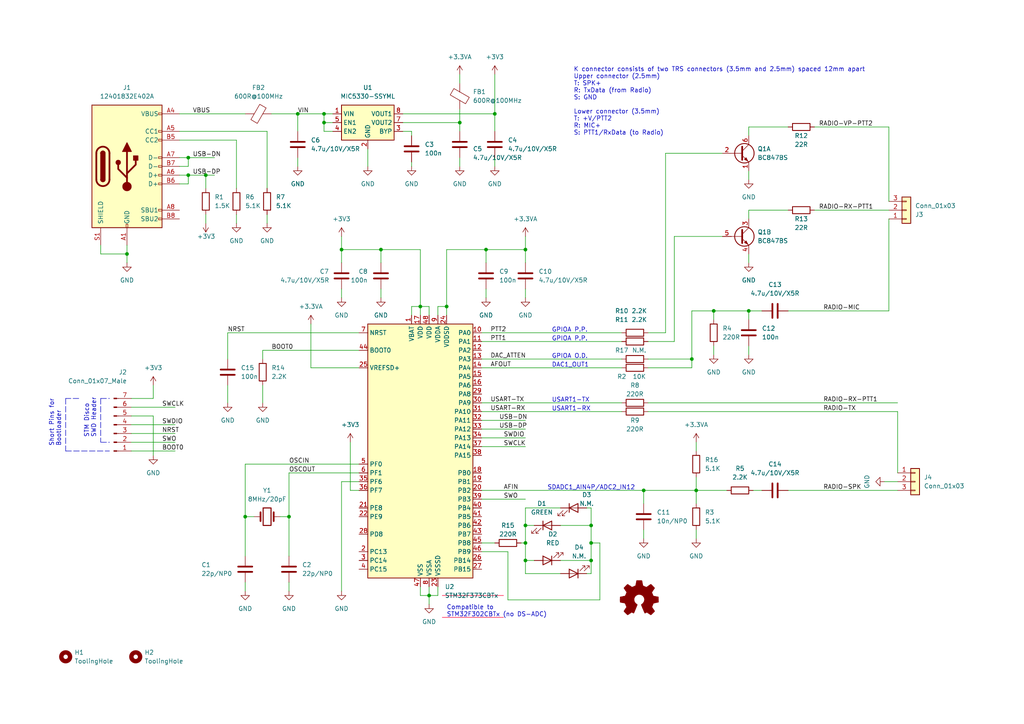
<source format=kicad_sch>
(kicad_sch (version 20231120) (generator "eeschema") (generator_version "8.0")
  (paper "A4")
  (title_block (title "All-In-One-Cable (AIOC)") (rev "1.0"))
  (lib_symbols
    (symbol "Connector:Conn_01x07_Male" (pin_names (offset 1.016) hide)
      (property "Reference" "J" (at 0 10.16 0))
      (property "Value" "Conn_01x07_Male" (at 0 -10.16 0))
      (symbol "Conn_01x07_Male_1_1"
        (pin passive line (at 5.08 7.62 180) (length 3.81) (name "Pin_1") (number "1"))
        (pin passive line (at 5.08 5.08 180) (length 3.81) (name "Pin_2") (number "2"))
        (pin passive line (at 5.08 2.54 180) (length 3.81) (name "Pin_3") (number "3"))
        (pin passive line (at 5.08 0 180) (length 3.81) (name "Pin_4") (number "4"))
        (pin passive line (at 5.08 -2.54 180) (length 3.81) (name "Pin_5") (number "5"))
        (pin passive line (at 5.08 -5.08 180) (length 3.81) (name "Pin_6") (number "6"))
        (pin passive line (at 5.08 -7.62 180) (length 3.81) (name "Pin_7") (number "7"))
      )
    )
    (symbol "Connector:USB_C_Receptacle_USB2.0" (pin_names (offset 1.016))
      (property "Reference" "J" (at -10.16 19.05 0))
      (property "Value" "USB_C_Receptacle_USB2.0" (at 19.05 19.05 0))
      (symbol "USB_C_Receptacle_USB2.0_1_1"
        (pin passive line (at 0 -22.86 90) (length 5.08) (name "GND") (number "A1"))
        (pin passive line (at 0 -22.86 90) (length 5.08) hide (name "GND") (number "A12"))
        (pin passive line (at 15.24 15.24 180) (length 5.08) (name "VBUS") (number "A4"))
        (pin bidirectional line (at 15.24 10.16 180) (length 5.08) (name "CC1") (number "A5"))
        (pin bidirectional line (at 15.24 -2.54 180) (length 5.08) (name "D+") (number "A6"))
        (pin bidirectional line (at 15.24 2.54 180) (length 5.08) (name "D-") (number "A7"))
        (pin bidirectional line (at 15.24 -12.7 180) (length 5.08) (name "SBU1") (number "A8"))
        (pin passive line (at 15.24 15.24 180) (length 5.08) hide (name "VBUS") (number "A9"))
        (pin passive line (at 0 -22.86 90) (length 5.08) hide (name "GND") (number "B1"))
        (pin passive line (at 0 -22.86 90) (length 5.08) hide (name "GND") (number "B12"))
        (pin passive line (at 15.24 15.24 180) (length 5.08) hide (name "VBUS") (number "B4"))
        (pin bidirectional line (at 15.24 7.62 180) (length 5.08) (name "CC2") (number "B5"))
        (pin bidirectional line (at 15.24 -5.08 180) (length 5.08) (name "D+") (number "B6"))
        (pin bidirectional line (at 15.24 0 180) (length 5.08) (name "D-") (number "B7"))
        (pin bidirectional line (at 15.24 -15.24 180) (length 5.08) (name "SBU2") (number "B8"))
        (pin passive line (at 15.24 15.24 180) (length 5.08) hide (name "VBUS") (number "B9"))
        (pin passive line (at -7.62 -22.86 90) (length 5.08) (name "SHIELD") (number "S1"))
      )
    )
    (symbol "Connector_Generic:Conn_01x03" (pin_names (offset 1.016) hide)
      (property "Reference" "J" (at 0 5.08 0))
      (property "Value" "Conn_01x03" (at 0 -5.08 0))
      (symbol "Conn_01x03_1_1"
        (pin passive line (at -5.08 2.54 0) (length 3.81) (name "Pin_1") (number "1"))
        (pin passive line (at -5.08 0 0) (length 3.81) (name "Pin_2") (number "2"))
        (pin passive line (at -5.08 -2.54 0) (length 3.81) (name "Pin_3") (number "3"))
      )
    )
    (symbol "Device:C" (pin_numbers hide) (pin_names (offset 0.254))
      (property "Reference" "C" (at 0.635 2.54 0))
      (property "Value" "C" (at 0.635 -2.54 0))
      (symbol "C_1_1"
        (pin passive line (at 0 3.81 270) (length 2.794) (name "~") (number "1"))
        (pin passive line (at 0 -3.81 90) (length 2.794) (name "~") (number "2"))
      )
    )
    (symbol "Device:Crystal" (pin_numbers hide) (pin_names (offset 1.016) hide)
      (property "Reference" "Y" (at 0 3.81 0))
      (property "Value" "Crystal" (at 0 -3.81 0))
      (symbol "Crystal_1_1"
        (pin passive line (at -3.81 0 0) (length 1.27) (name "1") (number "1"))
        (pin passive line (at 3.81 0 180) (length 1.27) (name "2") (number "2"))
      )
    )
    (symbol "Device:FerriteBead" (pin_numbers hide) (pin_names (offset 0))
      (property "Reference" "FB" (at -3.81 0.635 90))
      (property "Value" "FerriteBead" (at 3.81 0 90))
      (symbol "FerriteBead_1_1"
        (pin passive line (at 0 3.81 270) (length 2.54) (name "~") (number "1"))
        (pin passive line (at 0 -3.81 90) (length 2.54) (name "~") (number "2"))
      )
    )
    (symbol "Device:LED" (pin_numbers hide) (pin_names (offset 1.016) hide)
      (property "Reference" "D" (at 0 2.54 0))
      (property "Value" "LED" (at 0 -2.54 0))
      (symbol "LED_1_1"
        (pin passive line (at -3.81 0 0) (length 2.54) (name "K") (number "1"))
        (pin passive line (at 3.81 0 180) (length 2.54) (name "A") (number "2"))
      )
    )
    (symbol "Device:Q_Dual_NPN_NPN_E1B1C2E2B2C1" (pin_names (offset 0) hide)
      (property "Reference" "Q" (at 5.08 1.27 0))
      (property "Value" "Q_Dual_NPN_NPN_E1B1C2E2B2C1" (at 5.08 -1.27 0))
      (symbol "Q_Dual_NPN_NPN_E1B1C2E2B2C1_1_1"
        (pin passive line (at 2.54 -5.08 90) (length 2.54) (name "E1") (number "1"))
        (pin input line (at -5.08 0 0) (length 2.54) (name "B1") (number "2"))
        (pin passive line (at 2.54 5.08 270) (length 2.54) (name "C1") (number "6"))
      )
      (symbol "Q_Dual_NPN_NPN_E1B1C2E2B2C1_2_1"
        (pin passive line (at 2.54 5.08 270) (length 2.54) (name "C2") (number "3"))
        (pin passive line (at 2.54 -5.08 90) (length 2.54) (name "E2") (number "4"))
        (pin input line (at -5.08 0 0) (length 2.54) (name "B2") (number "5"))
      )
    )
    (symbol "Device:R" (pin_numbers hide) (pin_names (offset 0))
      (property "Reference" "R" (at 2.032 0 90))
      (property "Value" "R" (at 0 0 90))
      (symbol "R_1_1"
        (pin passive line (at 0 3.81 270) (length 1.27) (name "~") (number "1"))
        (pin passive line (at 0 -3.81 90) (length 1.27) (name "~") (number "2"))
      )
    )
    (symbol "Graphic:Logo_Open_Hardware_Small" (pin_names (offset 1.016)))
    (symbol "MCU_ST_STM32F3:STM32F373CBTx"
      (property "Reference" "U" (at -15.24 36.83 0))
      (property "Value" "STM32F373CBTx" (at 10.16 36.83 0))
      (symbol "STM32F373CBTx_1_1"
        (pin power_in line (at -2.54 38.1 270) (length 2.54) (name "VBAT") (number "1"))
        (pin bidirectional line (at 17.78 33.02 180) (length 2.54) (name "PA0") (number "10"))
        (pin bidirectional line (at 17.78 30.48 180) (length 2.54) (name "PA1") (number "11"))
        (pin bidirectional line (at 17.78 27.94 180) (length 2.54) (name "PA2") (number "12"))
        (pin bidirectional line (at 17.78 25.4 180) (length 2.54) (name "PA3") (number "13"))
        (pin bidirectional line (at 17.78 22.86 180) (length 2.54) (name "PA4") (number "14"))
        (pin bidirectional line (at 17.78 20.32 180) (length 2.54) (name "PA5") (number "15"))
        (pin bidirectional line (at 17.78 17.78 180) (length 2.54) (name "PA6") (number "16"))
        (pin power_in line (at 0 38.1 270) (length 2.54) (name "VDD") (number "17"))
        (pin bidirectional line (at 17.78 -7.62 180) (length 2.54) (name "PB0") (number "18"))
        (pin bidirectional line (at 17.78 -10.16 180) (length 2.54) (name "PB1") (number "19"))
        (pin bidirectional line (at -17.78 -30.48 0) (length 2.54) (name "PC13") (number "2"))
        (pin bidirectional line (at 17.78 -12.7 180) (length 2.54) (name "PB2") (number "20"))
        (pin bidirectional line (at -17.78 -17.78 0) (length 2.54) (name "PE8") (number "21"))
        (pin bidirectional line (at -17.78 -20.32 0) (length 2.54) (name "PE9") (number "22"))
        (pin power_in line (at 5.08 -40.64 90) (length 2.54) (name "VSSSD") (number "23"))
        (pin power_in line (at 7.62 38.1 270) (length 2.54) (name "VDDSD") (number "24"))
        (pin power_in line (at -17.78 22.86 0) (length 2.54) (name "VREFSD+") (number "25"))
        (pin bidirectional line (at 17.78 -33.02 180) (length 2.54) (name "PB14") (number "26"))
        (pin bidirectional line (at 17.78 -35.56 180) (length 2.54) (name "PB15") (number "27"))
        (pin bidirectional line (at -17.78 -25.4 0) (length 2.54) (name "PD8") (number "28"))
        (pin bidirectional line (at 17.78 15.24 180) (length 2.54) (name "PA8") (number "29"))
        (pin bidirectional line (at -17.78 -33.02 0) (length 2.54) (name "PC14") (number "3"))
        (pin bidirectional line (at 17.78 12.7 180) (length 2.54) (name "PA9") (number "30"))
        (pin bidirectional line (at 17.78 10.16 180) (length 2.54) (name "PA10") (number "31"))
        (pin bidirectional line (at 17.78 7.62 180) (length 2.54) (name "PA11") (number "32"))
        (pin bidirectional line (at 17.78 5.08 180) (length 2.54) (name "PA12") (number "33"))
        (pin bidirectional line (at 17.78 2.54 180) (length 2.54) (name "PA13") (number "34"))
        (pin bidirectional line (at -17.78 -10.16 0) (length 2.54) (name "PF6") (number "35"))
        (pin bidirectional line (at -17.78 -12.7 0) (length 2.54) (name "PF7") (number "36"))
        (pin bidirectional line (at 17.78 0 180) (length 2.54) (name "PA14") (number "37"))
        (pin bidirectional line (at 17.78 -2.54 180) (length 2.54) (name "PA15") (number "38"))
        (pin bidirectional line (at 17.78 -15.24 180) (length 2.54) (name "PB3") (number "39"))
        (pin bidirectional line (at -17.78 -35.56 0) (length 2.54) (name "PC15") (number "4"))
        (pin bidirectional line (at 17.78 -17.78 180) (length 2.54) (name "PB4") (number "40"))
        (pin bidirectional line (at 17.78 -20.32 180) (length 2.54) (name "PB5") (number "41"))
        (pin bidirectional line (at 17.78 -22.86 180) (length 2.54) (name "PB6") (number "42"))
        (pin bidirectional line (at 17.78 -25.4 180) (length 2.54) (name "PB7") (number "43"))
        (pin input line (at -17.78 27.94 0) (length 2.54) (name "BOOT0") (number "44"))
        (pin bidirectional line (at 17.78 -27.94 180) (length 2.54) (name "PB8") (number "45"))
        (pin bidirectional line (at 17.78 -30.48 180) (length 2.54) (name "PB9") (number "46"))
        (pin power_in line (at 0 -40.64 90) (length 2.54) (name "VSS") (number "47"))
        (pin power_in line (at 2.54 38.1 270) (length 2.54) (name "VDD") (number "48"))
        (pin input line (at -17.78 -5.08 0) (length 2.54) (name "PF0") (number "5"))
        (pin input line (at -17.78 -7.62 0) (length 2.54) (name "PF1") (number "6"))
        (pin input line (at -17.78 33.02 0) (length 2.54) (name "NRST") (number "7"))
        (pin power_in line (at 2.54 -40.64 90) (length 2.54) (name "VSSA") (number "8"))
        (pin power_in line (at 5.08 38.1 270) (length 2.54) (name "VDDA") (number "9"))
      )
    )
    (symbol "Mechanical:MountingHole" (pin_names (offset 1.016))
      (property "Reference" "H" (at 0 5.08 0))
      (property "Value" "MountingHole" (at 0 3.175 0))
    )
    (symbol "aioc:MIC5330-SSYML"
      (property "Reference" "U" (at 0 8.89 0))
      (property "Value" "MIC5330-SSYML" (at 0 6.35 0))
      (symbol "MIC5330-SSYML_1_1"
        (pin power_in line (at -10.16 2.54 0) (length 2.54) (name "VIN") (number "1"))
        (pin power_in line (at 0 -7.62 90) (length 2.54) (name "GND") (number "2"))
        (pin passive line (at 10.16 -2.54 180) (length 2.54) (name "BYP") (number "3"))
        (pin input line (at -10.16 -2.54 0) (length 2.54) (name "EN2") (number "4"))
        (pin input line (at -10.16 0 0) (length 2.54) (name "EN1") (number "5"))
        (pin power_out line (at 10.16 0 180) (length 2.54) (name "VOUT2") (number "7"))
        (pin power_out line (at 10.16 2.54 180) (length 2.54) (name "VOUT1") (number "8"))
        (pin passive line (at 0 -7.62 90) (length 2.54) hide (name "GND") (number "9"))
      )
    )
    (symbol "power:+3.3VA" (power) (pin_names (offset 0))
      (property "Value" "+3.3VA" (at 0 3.556 0))
      (symbol "+3.3VA_1_1"
        (pin power_in line (at 0 0 90) (length 0) hide (name "+3.3VA") (number "1"))
      )
    )
    (symbol "power:+3V3" (power) (pin_names (offset 0))
      (property "Value" "+3V3" (at 0 3.556 0))
      (symbol "+3V3_1_1"
        (pin power_in line (at 0 0 90) (length 0) hide (name "+3V3") (number "1"))
      )
    )
    (symbol "power:GND" (power) (pin_names (offset 0))
      (property "Value" "GND" (at 0 -3.81 0))
      (symbol "GND_1_1"
        (pin power_in line (at 0 0 270) (length 0) hide (name "GND") (number "1"))
      )
    )
  )
  (junction (at 54.61 45.72))
  (junction (at 152.4 152.4))
  (junction (at 36.83 73.66))
  (junction (at 59.69 50.8))
  (junction (at 171.45 162.56))
  (junction (at 93.98 33.02))
  (junction (at 140.97 72.39))
  (junction (at 86.36 33.02))
  (junction (at 201.93 142.24))
  (junction (at 152.4 162.56))
  (junction (at 171.45 152.4))
  (junction (at 171.45 157.48))
  (junction (at 129.54 88.9))
  (junction (at 121.92 88.9))
  (junction (at 133.35 35.56))
  (junction (at 152.4 72.39))
  (junction (at 207.01 90.17))
  (junction (at 217.17 90.17))
  (junction (at 99.06 72.39))
  (junction (at 110.49 72.39))
  (junction (at 54.61 50.8))
  (junction (at 71.12 149.86))
  (junction (at 124.46 172.72))
  (junction (at 152.4 157.48))
  (junction (at 186.69 142.24))
  (junction (at 83.82 149.86))
  (junction (at 200.66 104.14))
  (junction (at 143.51 33.02))
  (junction (at 93.98 35.56))
  (wire (pts (xy 187.96 119.38) (xy 260.35 119.38)))
  (wire (pts (xy 143.51 21.59) (xy 143.51 33.02)))
  (wire (pts (xy 186.69 153.67) (xy 186.69 156.21)))
  (wire (pts (xy 200.66 106.68) (xy 200.66 104.14)))
  (wire (pts (xy 121.92 72.39) (xy 110.49 72.39)))
  (wire (pts (xy 124.46 172.72) (xy 124.46 175.26)))
  (wire (pts (xy 121.92 91.44) (xy 121.92 88.9)))
  (wire (pts (xy 124.46 88.9) (xy 124.46 91.44)))
  (wire (pts (xy 139.7 129.54) (xy 152.4 129.54)))
  (wire (pts (xy 228.6 90.17) (xy 257.81 90.17)))
  (wire (pts (xy 195.58 99.06) (xy 195.58 68.58)))
  (wire (pts (xy 83.82 137.16) (xy 83.82 149.86)))
  (wire (pts (xy 171.45 147.32) (xy 170.18 147.32)))
  (wire (pts (xy 66.04 96.52) (xy 66.04 104.14)))
  (wire (pts (xy 86.36 33.02) (xy 93.98 33.02)))
  (wire (pts (xy 52.07 38.1) (xy 77.47 38.1)))
  (wire (pts (xy 99.06 68.58) (xy 99.06 72.39)))
  (wire (pts (xy 140.97 72.39) (xy 140.97 76.2)))
  (wire (pts (xy 147.32 173.99) (xy 147.32 160.02)))
  (polyline (pts (xy 22.86 115.57) (xy 19.05 115.57)) (stroke (width 0) (type dash)))
  (wire (pts (xy 77.47 62.23) (xy 77.47 64.77)))
  (wire (pts (xy 170.18 166.37) (xy 171.45 166.37)))
  (wire (pts (xy 236.22 36.83) (xy 257.81 36.83)))
  (wire (pts (xy 133.35 35.56) (xy 133.35 38.1)))
  (wire (pts (xy 162.56 166.37) (xy 152.4 166.37)))
  (wire (pts (xy 127 88.9) (xy 127 91.44)))
  (wire (pts (xy 96.52 35.56) (xy 93.98 35.56)))
  (wire (pts (xy 66.04 111.76) (xy 66.04 116.84)))
  (wire (pts (xy 152.4 72.39) (xy 152.4 76.2)))
  (wire (pts (xy 162.56 147.32) (xy 152.4 147.32)))
  (wire (pts (xy 104.14 96.52) (xy 66.04 96.52)))
  (wire (pts (xy 201.93 146.05) (xy 201.93 142.24)))
  (polyline (pts (xy 29.21 115.57) (xy 29.21 128.27)) (stroke (width 0) (type dash)))
  (wire (pts (xy 187.96 106.68) (xy 200.66 106.68)))
  (wire (pts (xy 171.45 152.4) (xy 171.45 157.48)))
  (wire (pts (xy 38.1 115.57) (xy 44.45 115.57)))
  (wire (pts (xy 93.98 33.02) (xy 96.52 33.02)))
  (polyline (pts (xy 19.05 130.81) (xy 31.75 130.81)) (stroke (width 0) (type dash)))
  (wire (pts (xy 152.4 162.56) (xy 154.94 162.56)))
  (wire (pts (xy 128.27 172.72) (xy 146.05 172.72)) (stroke (width 0) (color 255 0 51 1)))
  (wire (pts (xy 93.98 38.1) (xy 93.98 35.56)))
  (wire (pts (xy 44.45 115.57) (xy 44.45 111.76)))
  (wire (pts (xy 38.1 128.27) (xy 50.8 128.27)))
  (wire (pts (xy 217.17 73.66) (xy 217.17 76.2)))
  (wire (pts (xy 152.4 83.82) (xy 152.4 86.36)))
  (wire (pts (xy 71.12 149.86) (xy 73.66 149.86)))
  (wire (pts (xy 193.04 44.45) (xy 209.55 44.45)))
  (wire (pts (xy 121.92 170.18) (xy 121.92 172.72)))
  (wire (pts (xy 99.06 139.7) (xy 99.06 171.45)))
  (wire (pts (xy 217.17 100.33) (xy 217.17 102.87)))
  (wire (pts (xy 129.54 72.39) (xy 129.54 88.9)))
  (wire (pts (xy 29.21 71.12) (xy 29.21 73.66)))
  (wire (pts (xy 71.12 149.86) (xy 71.12 161.29)))
  (wire (pts (xy 119.38 38.1) (xy 119.38 39.37)))
  (wire (pts (xy 77.47 38.1) (xy 77.47 54.61)))
  (wire (pts (xy 116.84 38.1) (xy 119.38 38.1)))
  (wire (pts (xy 86.36 33.02) (xy 86.36 38.1)))
  (wire (pts (xy 217.17 39.37) (xy 217.17 36.83)))
  (wire (pts (xy 151.13 157.48) (xy 152.4 157.48)))
  (wire (pts (xy 256.54 139.7) (xy 260.35 139.7)))
  (wire (pts (xy 54.61 45.72) (xy 62.23 45.72)))
  (wire (pts (xy 110.49 72.39) (xy 110.49 76.2)))
  (wire (pts (xy 133.35 45.72) (xy 133.35 48.26)))
  (wire (pts (xy 152.4 157.48) (xy 152.4 162.56)))
  (wire (pts (xy 139.7 127) (xy 152.4 127)))
  (wire (pts (xy 71.12 134.62) (xy 71.12 149.86)))
  (wire (pts (xy 217.17 90.17) (xy 220.98 90.17)))
  (wire (pts (xy 139.7 119.38) (xy 180.34 119.38)))
  (wire (pts (xy 171.45 166.37) (xy 171.45 162.56)))
  (wire (pts (xy 121.92 88.9) (xy 124.46 88.9)))
  (wire (pts (xy 193.04 44.45) (xy 193.04 96.52)))
  (wire (pts (xy 59.69 50.8) (xy 59.69 54.61)))
  (wire (pts (xy 76.2 111.76) (xy 76.2 116.84)))
  (wire (pts (xy 171.45 157.48) (xy 171.45 162.56)))
  (wire (pts (xy 36.83 73.66) (xy 36.83 76.2)))
  (wire (pts (xy 83.82 168.91) (xy 83.82 171.45)))
  (wire (pts (xy 44.45 120.65) (xy 44.45 132.08)))
  (wire (pts (xy 139.7 144.78) (xy 152.4 144.78)))
  (wire (pts (xy 236.22 60.96) (xy 257.81 60.96)))
  (wire (pts (xy 228.6 142.24) (xy 260.35 142.24)))
  (wire (pts (xy 99.06 83.82) (xy 99.06 86.36)))
  (wire (pts (xy 119.38 88.9) (xy 121.92 88.9)))
  (wire (pts (xy 195.58 68.58) (xy 209.55 68.58)))
  (wire (pts (xy 187.96 116.84) (xy 260.35 116.84)))
  (polyline (pts (xy 29.21 128.27) (xy 31.75 128.27)) (stroke (width 0) (type dash)))
  (wire (pts (xy 38.1 125.73) (xy 50.8 125.73)))
  (wire (pts (xy 152.4 166.37) (xy 152.4 162.56)))
  (wire (pts (xy 173.99 157.48) (xy 173.99 173.99)))
  (wire (pts (xy 119.38 91.44) (xy 119.38 88.9)))
  (wire (pts (xy 52.07 50.8) (xy 54.61 50.8)))
  (wire (pts (xy 173.99 173.99) (xy 147.32 173.99)))
  (wire (pts (xy 76.2 101.6) (xy 76.2 104.14)))
  (wire (pts (xy 207.01 92.71) (xy 207.01 90.17)))
  (wire (pts (xy 38.1 118.11) (xy 50.8 118.11)))
  (wire (pts (xy 217.17 36.83) (xy 228.6 36.83)))
  (wire (pts (xy 143.51 45.72) (xy 143.51 48.26)))
  (wire (pts (xy 124.46 170.18) (xy 124.46 172.72)))
  (wire (pts (xy 139.7 99.06) (xy 180.34 99.06)))
  (wire (pts (xy 52.07 48.26) (xy 54.61 48.26)))
  (wire (pts (xy 143.51 33.02) (xy 143.51 38.1)))
  (wire (pts (xy 52.07 53.34) (xy 54.61 53.34)))
  (wire (pts (xy 68.58 40.64) (xy 68.58 54.61)))
  (wire (pts (xy 257.81 36.83) (xy 257.81 58.42)))
  (wire (pts (xy 104.14 139.7) (xy 99.06 139.7)))
  (wire (pts (xy 217.17 90.17) (xy 217.17 92.71)))
  (wire (pts (xy 81.28 149.86) (xy 83.82 149.86)))
  (wire (pts (xy 116.84 33.02) (xy 143.51 33.02)))
  (wire (pts (xy 171.45 152.4) (xy 171.45 147.32)))
  (wire (pts (xy 133.35 21.59) (xy 133.35 24.13)))
  (wire (pts (xy 200.66 90.17) (xy 207.01 90.17)))
  (wire (pts (xy 186.69 146.05) (xy 186.69 142.24)))
  (wire (pts (xy 207.01 100.33) (xy 207.01 102.87)))
  (wire (pts (xy 127 170.18) (xy 127 172.72)))
  (wire (pts (xy 29.21 73.66) (xy 36.83 73.66)))
  (wire (pts (xy 139.7 116.84) (xy 180.34 116.84)))
  (wire (pts (xy 119.38 46.99) (xy 119.38 48.26)))
  (wire (pts (xy 217.17 60.96) (xy 228.6 60.96)))
  (wire (pts (xy 162.56 152.4) (xy 171.45 152.4)))
  (wire (pts (xy 101.6 128.27) (xy 101.6 142.24)))
  (wire (pts (xy 104.14 101.6) (xy 76.2 101.6)))
  (wire (pts (xy 201.93 128.27) (xy 201.93 130.81)))
  (wire (pts (xy 110.49 83.82) (xy 110.49 86.36)))
  (wire (pts (xy 52.07 33.02) (xy 71.12 33.02)))
  (wire (pts (xy 129.54 72.39) (xy 140.97 72.39)))
  (wire (pts (xy 201.93 142.24) (xy 210.82 142.24)))
  (wire (pts (xy 217.17 49.53) (xy 217.17 52.07)))
  (wire (pts (xy 187.96 104.14) (xy 200.66 104.14)))
  (wire (pts (xy 200.66 104.14) (xy 200.66 90.17)))
  (wire (pts (xy 83.82 137.16) (xy 104.14 137.16)))
  (wire (pts (xy 201.93 138.43) (xy 201.93 142.24)))
  (wire (pts (xy 139.7 96.52) (xy 180.34 96.52)))
  (wire (pts (xy 218.44 142.24) (xy 220.98 142.24)))
  (wire (pts (xy 106.68 43.18) (xy 106.68 48.26)))
  (wire (pts (xy 83.82 149.86) (xy 83.82 161.29)))
  (wire (pts (xy 116.84 35.56) (xy 133.35 35.56)))
  (wire (pts (xy 171.45 157.48) (xy 173.99 157.48)))
  (wire (pts (xy 152.4 152.4) (xy 152.4 157.48)))
  (wire (pts (xy 201.93 153.67) (xy 201.93 156.21)))
  (wire (pts (xy 44.45 120.65) (xy 38.1 120.65)))
  (wire (pts (xy 104.14 142.24) (xy 101.6 142.24)))
  (wire (pts (xy 71.12 168.91) (xy 71.12 171.45)))
  (wire (pts (xy 52.07 45.72) (xy 54.61 45.72)))
  (wire (pts (xy 257.81 63.5) (xy 257.81 90.17)))
  (wire (pts (xy 68.58 62.23) (xy 68.58 64.77)))
  (wire (pts (xy 90.17 106.68) (xy 104.14 106.68)))
  (wire (pts (xy 129.54 88.9) (xy 127 88.9)))
  (polyline (pts (xy 19.05 115.57) (xy 19.05 130.81)) (stroke (width 0) (type dash)))
  (wire (pts (xy 127 172.72) (xy 124.46 172.72)))
  (wire (pts (xy 96.52 38.1) (xy 93.98 38.1)))
  (polyline (pts (xy 29.21 115.57) (xy 31.75 115.57)) (stroke (width 0) (type dash)))
  (wire (pts (xy 154.94 152.4) (xy 152.4 152.4)))
  (wire (pts (xy 121.92 72.39) (xy 121.92 88.9)))
  (wire (pts (xy 139.7 104.14) (xy 180.34 104.14)))
  (wire (pts (xy 54.61 50.8) (xy 54.61 53.34)))
  (wire (pts (xy 139.7 121.92) (xy 152.4 121.92)))
  (wire (pts (xy 59.69 50.8) (xy 62.23 50.8)))
  (wire (pts (xy 52.07 40.64) (xy 68.58 40.64)))
  (wire (pts (xy 139.7 157.48) (xy 143.51 157.48)))
  (wire (pts (xy 140.97 83.82) (xy 140.97 86.36)))
  (wire (pts (xy 128.27 179.07) (xy 146.05 179.07)) (stroke (width 0) (color 255 0 51 1)))
  (wire (pts (xy 54.61 45.72) (xy 54.61 48.26)))
  (wire (pts (xy 162.56 162.56) (xy 171.45 162.56)))
  (wire (pts (xy 147.32 160.02) (xy 139.7 160.02)))
  (wire (pts (xy 139.7 106.68) (xy 180.34 106.68)))
  (wire (pts (xy 129.54 91.44) (xy 129.54 88.9)))
  (wire (pts (xy 124.46 172.72) (xy 121.92 172.72)))
  (wire (pts (xy 86.36 45.72) (xy 86.36 48.26)))
  (wire (pts (xy 140.97 72.39) (xy 152.4 72.39)))
  (wire (pts (xy 99.06 72.39) (xy 99.06 76.2)))
  (wire (pts (xy 54.61 50.8) (xy 59.69 50.8)))
  (wire (pts (xy 59.69 62.23) (xy 59.69 64.77)))
  (wire (pts (xy 217.17 63.5) (xy 217.17 60.96)))
  (wire (pts (xy 110.49 72.39) (xy 99.06 72.39)))
  (wire (pts (xy 36.83 71.12) (xy 36.83 73.66)))
  (wire (pts (xy 71.12 134.62) (xy 104.14 134.62)))
  (wire (pts (xy 260.35 119.38) (xy 260.35 137.16)))
  (wire (pts (xy 186.69 142.24) (xy 201.93 142.24)))
  (wire (pts (xy 139.7 142.24) (xy 186.69 142.24)))
  (wire (pts (xy 38.1 130.81) (xy 50.8 130.81)))
  (wire (pts (xy 152.4 147.32) (xy 152.4 152.4)))
  (wire (pts (xy 133.35 31.75) (xy 133.35 35.56)))
  (wire (pts (xy 139.7 124.46) (xy 152.4 124.46)))
  (wire (pts (xy 207.01 90.17) (xy 217.17 90.17)))
  (wire (pts (xy 93.98 33.02) (xy 93.98 35.56)))
  (wire (pts (xy 187.96 96.52) (xy 193.04 96.52)))
  (wire (pts (xy 78.74 33.02) (xy 86.36 33.02)))
  (wire (pts (xy 187.96 99.06) (xy 195.58 99.06)))
  (wire (pts (xy 152.4 68.58) (xy 152.4 72.39)))
  (wire (pts (xy 38.1 123.19) (xy 50.8 123.19)))
  (wire (pts (xy 90.17 93.98) (xy 90.17 106.68)))
  (text "STM Disco\nSWD Header" (at 27.94 127 90) (effects (font (size 1.27 1.27)) (justify left bottom)))
  (text "Short Pins for\nBootloader" (at 17.78 129.54 90) (effects (font (size 1.27 1.27)) (justify left bottom)))
  (text "SDADC1_AIN4P/ADC2_IN12" (at 158.75 142.24 0) (effects (font (size 1.27 1.27)) (justify left bottom)))
  (text "USART1-TX" (at 160.02 116.84 0) (effects (font (size 1.27 1.27)) (justify left bottom)))
  (text "K connector consists of two TRS connectors (3.5mm and 2.5mm) spaced 12mm apart\nUpper connector (2.5mm)\nT: SPK+\nR: TxData (from Radio)\nS: GND\n\nLower connector (3.5mm)\nT: +V/PTT2\nR: MIC+\nS: PTT1/RxData (to Radio)\n" (at 166.37 39.37 0) (effects (font (size 1.27 1.27)) (justify left bottom)))
  (text "GPIOA P.P." (at 160.02 99.06 0) (effects (font (size 1.27 1.27)) (justify left bottom)))
  (text "DAC1_OUT1" (at 160.02 106.68 0) (effects (font (size 1.27 1.27)) (justify left bottom)))
  (text "GPIOA O.D." (at 160.02 104.14 0) (effects (font (size 1.27 1.27)) (justify left bottom)))
  (text "Compatible to \nSTM32F302CBTx (no DS-ADC)" (at 129.54 179.07 0) (effects (font (size 1.27 1.27)) (justify left bottom)))
  (text "USART1-RX" (at 160.02 119.38 0) (effects (font (size 1.27 1.27)) (justify left bottom)))
  (text "GPIOA P.P." (at 160.02 96.52 0) (effects (font (size 1.27 1.27)) (justify left bottom)))
  (label "OSCIN" (at 83.82 134.62 0))
  (label "RADIO-VP-PTT2" (at 237.49 36.83 0))
  (label "AFIN" (at 146.05 142.24 0))
  (label "VBUS" (at 55.88 33.02 0))
  (label "NRST" (at 66.04 96.52 0))
  (label "PTT2" (at 142.24 96.52 0))
  (label "SWO" (at 46.99 128.27 0))
  (label "SWO" (at 146.05 144.78 0))
  (label "SWDIO" (at 146.05 127 0))
  (label "USB-DN" (at 55.88 45.72 0))
  (label "OSCOUT" (at 83.82 137.16 0))
  (label "USB-DP" (at 55.88 50.8 0))
  (label "BOOT0" (at 78.74 101.6 0))
  (label "USART-RX" (at 142.24 119.38 0))
  (label "SWDIO" (at 46.99 123.19 0))
  (label "USB-DP" (at 144.78 124.46 0))
  (label "VIN" (at 86.36 33.02 0))
  (label "PTT1" (at 142.24 99.06 0))
  (label "AFOUT" (at 142.24 106.68 0))
  (label "SWCLK" (at 46.99 118.11 0))
  (label "RADIO-RX-PTT1" (at 238.76 116.84 0))
  (label "RADIO-MIC" (at 238.76 90.17 0))
  (label "RADIO-RX-PTT1" (at 237.49 60.96 0))
  (label "USART-TX" (at 142.24 116.84 0))
  (label "SWCLK" (at 146.05 129.54 0))
  (label "BOOT0" (at 46.99 130.81 0))
  (label "NRST" (at 46.99 125.73 0))
  (label "RADIO-SPK" (at 238.76 142.24 0))
  (label "DAC_ATTEN" (at 142.24 104.14 0))
  (label "USB-DN" (at 144.78 121.92 0))
  (label "RADIO-TX" (at 238.76 119.38 0))
  (symbol (lib_id "Device:R") (at 184.15 116.84 270) (unit 1)
    (property "Reference" "R8" (at 184.15 111.76 90))
    (property "Value" "220R" (at 184.15 114.3 90))
    (property "Footprint" "Resistor_SMD:R_0603_1608Metric" (effects (hide yes)))
    (property "LCSC" "C22962" (effects (hide yes)))
  )
  (symbol (lib_id "power:+3V3") (at 59.69 64.77 180) (unit 1)
    (property "Reference" "#PWR07" (effects (hide yes)))
    (property "Value" "+3V3" (at 57.15 68.58 0) (effects (justify right)))
  )
  (symbol (lib_id "Mechanical:MountingHole") (at 19.05 190.5 0) (unit 1) (in_bom no)
    (property "Reference" "H1" (at 21.59 189.2299 0) (effects (justify left)))
    (property "Value" "ToolingHole" (at 21.59 191.7699 0) (effects (justify left)))
    (property "Footprint" "AIOC:TOOLING-HOLE" (effects (hide yes)))
  )
  (symbol (lib_id "power:GND") (at 99.06 86.36 0) (mirror y) (unit 1)
    (property "Reference" "#PWR0115" (effects (hide yes)))
    (property "Value" "GND" (at 99.06 91.44 0))
  )
  (symbol (lib_id "power:+3.3VA") (at 133.35 21.59 0) (unit 1)
    (property "Reference" "#PWR0109" (effects (hide yes)))
    (property "Value" "+3.3VA" (at 133.35 16.51 0))
  )
  (symbol (lib_id "Device:R") (at 214.63 142.24 90) (unit 1)
    (property "Reference" "R5" (at 214.63 135.89 90))
    (property "Value" "2.2K" (at 214.63 138.43 90))
    (property "Footprint" "Resistor_SMD:R_0603_1608Metric" (effects (hide yes)))
    (property "LCSC" "C4190" (effects (hide yes)))
  )
  (symbol (lib_id "Graphic:Logo_Open_Hardware_Small") (at 185.42 173.99 0) (unit 1)
    (property "Reference" "#LOGO1" (effects (hide yes)))
    (property "Value" "Logo_Open_Hardware_Small" (effects (hide yes)))
  )
  (symbol (lib_id "power:+3V3") (at 143.51 21.59 0) (unit 1)
    (property "Reference" "#PWR0108" (effects (hide yes)))
    (property "Value" "+3V3" (at 143.51 16.51 0))
  )
  (symbol (lib_id "Device:R") (at 184.15 104.14 270) (unit 1)
    (property "Reference" "R17" (at 180.34 101.6 90))
    (property "Value" "N.M." (at 185.42 101.6 90))
    (property "Footprint" "Resistor_SMD:R_0603_1608Metric" (effects (hide yes)))
  )
  (symbol (lib_id "Device:R") (at 147.32 157.48 270) (unit 1)
    (property "Reference" "R15" (at 147.32 152.4 90))
    (property "Value" "220R" (at 147.32 154.94 90))
    (property "Footprint" "Resistor_SMD:R_0603_1608Metric" (effects (hide yes)))
    (property "LCSC" "C22962" (effects (hide yes)))
  )
  (symbol (lib_id "Device:Q_Dual_NPN_NPN_E1B1C2E2B2C1") (at 214.63 68.58 0) (unit 2)
    (property "Reference" "Q1" (at 219.71 67.3099 0) (effects (justify left)))
    (property "Value" "BC847BS" (at 219.71 69.8499 0) (effects (justify left)))
    (property "Footprint" "Package_TO_SOT_SMD:SOT-363_SC-70-6" (effects (hide yes)))
    (property "LCSC" "C8653" (effects (hide yes)))
  )
  (symbol (lib_id "power:GND") (at 36.83 76.2 0) (unit 1)
    (property "Reference" "#PWR0101" (effects (hide yes)))
    (property "Value" "GND" (at 36.83 81.28 0))
  )
  (symbol (lib_id "power:GND") (at 256.54 139.7 270) (unit 1)
    (property "Reference" "#PWR09" (effects (hide yes)))
    (property "Value" "GND" (at 251.46 139.7 0))
  )
  (symbol (lib_id "power:GND") (at 66.04 116.84 0) (mirror y) (unit 1)
    (property "Reference" "#PWR0121" (effects (hide yes)))
    (property "Value" "GND" (at 66.04 121.92 0))
  )
  (symbol (lib_id "Device:LED") (at 166.37 147.32 0) (unit 1)
    (property "Reference" "D3" (at 170.18 143.51 0))
    (property "Value" "N.M." (at 170.18 146.05 0))
    (property "Footprint" "LED_SMD:LED_0603_1608Metric" (effects (hide yes)))
  )
  (symbol (lib_id "Device:R") (at 68.58 58.42 180) (unit 1)
    (property "Reference" "R6" (at 71.12 57.1499 0) (effects (justify right)))
    (property "Value" "5.1K" (at 71.12 59.6899 0) (effects (justify right)))
    (property "Footprint" "Resistor_SMD:R_0603_1608Metric" (effects (hide yes)))
    (property "LCSC" "C23186" (effects (hide yes)))
  )
  (symbol (lib_id "MCU_ST_STM32F3:STM32F373CBTx") (at 121.92 129.54 0) (unit 1)
    (property "Reference" "U2" (at 129.0194 170.18 0) (effects (justify left)))
    (property "Value" "STM32F373CBTx" (at 129.0194 172.72 0) (effects (justify left)))
    (property "Footprint" "Package_QFP:LQFP-48_7x7mm_P0.5mm" (effects (hide yes)))
    (property "Datasheet" "http://www.st.com/st-web-ui/static/active/en/resource/technical/document/datasheet/DM00046749.pdf" (effects (hide yes)))
    (property "LCSC" "C94046" (effects (hide yes)))
  )
  (symbol (lib_id "Device:C") (at 217.17 96.52 0) (unit 1)
    (property "Reference" "C12" (at 220.98 95.2499 0) (effects (justify left)))
    (property "Value" "100n" (at 220.98 97.7899 0) (effects (justify left)))
    (property "Footprint" "Capacitor_SMD:C_0603_1608Metric" (effects (hide yes)))
    (property "LCSC" "C14663" (effects (hide yes)))
  )
  (symbol (lib_id "Device:FerriteBead") (at 133.35 27.94 0) (unit 1)
    (property "Reference" "FB1" (at 137.16 26.6191 0) (effects (justify left)))
    (property "Value" "600R@100MHz" (at 137.16 29.1591 0) (effects (justify left)))
    (property "Footprint" "Inductor_SMD:L_0603_1608Metric" (effects (hide yes)))
    (property "LCSC" "C1002" (effects (hide yes)))
  )
  (symbol (lib_id "Device:LED") (at 158.75 152.4 0) (unit 1)
    (property "Reference" "D1" (at 157.1625 146.05 0))
    (property "Value" "GREEN" (at 157.1625 148.59 0))
    (property "Footprint" "LED_SMD:LED_0603_1608Metric" (effects (hide yes)))
    (property "LCSC" "C72043" (effects (hide yes)))
  )
  (symbol (lib_id "power:+3V3") (at 99.06 68.58 0) (unit 1)
    (property "Reference" "#PWR0113" (effects (hide yes)))
    (property "Value" "+3V3" (at 99.06 63.5 0))
  )
  (symbol (lib_id "power:+3.3VA") (at 152.4 68.58 0) (unit 1)
    (property "Reference" "#PWR0112" (effects (hide yes)))
    (property "Value" "+3.3VA" (at 152.4 63.5 0))
  )
  (symbol (lib_id "Device:C") (at 71.12 165.1 0) (unit 1)
    (property "Reference" "C1" (at 58.42 163.83 0) (effects (justify left)))
    (property "Value" "22p/NP0" (at 58.42 166.37 0) (effects (justify left)))
    (property "Footprint" "Capacitor_SMD:C_0603_1608Metric" (effects (hide yes)))
    (property "LCSC" "C1653" (effects (hide yes)))
  )
  (symbol (lib_id "power:GND") (at 217.17 52.07 0) (unit 1)
    (property "Reference" "#PWR05" (effects (hide yes)))
    (property "Value" "GND" (at 217.17 57.15 0))
  )
  (symbol (lib_id "Device:C") (at 224.79 90.17 90) (unit 1)
    (property "Reference" "C13" (at 224.79 82.55 90))
    (property "Value" "4.7u/10V/X5R" (at 224.79 85.09 90))
    (property "Footprint" "Capacitor_SMD:C_0603_1608Metric" (effects (hide yes)))
    (property "LCSC" "C19666" (effects (hide yes)))
  )
  (symbol (lib_id "Device:FerriteBead") (at 74.93 33.02 270) (unit 1)
    (property "Reference" "FB2" (at 74.9808 25.4 90))
    (property "Value" "600R@100MHz" (at 74.9808 27.94 90))
    (property "Footprint" "Inductor_SMD:L_0603_1608Metric" (effects (hide yes)))
    (property "LCSC" "C1002" (effects (hide yes)))
  )
  (symbol (lib_id "power:GND") (at 77.47 64.77 0) (unit 1)
    (property "Reference" "#PWR0120" (effects (hide yes)))
    (property "Value" "GND" (at 77.47 69.85 0))
  )
  (symbol (lib_id "Device:R") (at 232.41 36.83 270) (unit 1)
    (property "Reference" "R12" (at 232.41 39.37 90))
    (property "Value" "22R" (at 232.41 41.91 90))
    (property "Footprint" "Resistor_SMD:R_0603_1608Metric" (effects (hide yes)))
    (property "LCSC" "C23345" (effects (hide yes)))
  )
  (symbol (lib_id "power:+3.3VA") (at 201.93 128.27 0) (unit 1)
    (property "Reference" "#PWR08" (effects (hide yes)))
    (property "Value" "+3.3VA" (at 201.93 123.19 0))
  )
  (symbol (lib_id "Device:Q_Dual_NPN_NPN_E1B1C2E2B2C1") (at 214.63 44.45 0) (unit 1)
    (property "Reference" "Q1" (at 219.71 43.1799 0) (effects (justify left)))
    (property "Value" "BC847BS" (at 219.71 45.7199 0) (effects (justify left)))
    (property "Footprint" "Package_TO_SOT_SMD:SOT-363_SC-70-6" (effects (hide yes)))
    (property "LCSC" "C8653" (effects (hide yes)))
  )
  (symbol (lib_id "power:GND") (at 124.46 175.26 0) (unit 1)
    (property "Reference" "#PWR0102" (effects (hide yes)))
    (property "Value" "GND" (at 124.46 180.34 0))
  )
  (symbol (lib_id "aioc:MIC5330-SSYML") (at 106.68 35.56 0) (unit 1)
    (property "Reference" "U1" (at 106.68 25.4 0))
    (property "Value" "MIC5330-SSYML" (at 106.68 27.94 0))
    (property "Footprint" "AIOC:Micrel_MLF-8-1EP_2x2mm_P0.5mm_EP0.6x1.2mm" (effects (hide yes)))
    (property "Datasheet" "http://ww1.microchip.com/downloads/en/DeviceDoc/mic5330.pdf" (effects (hide yes)))
    (property "LCSC" "C144168" (effects (hide yes)))
  )
  (symbol (lib_id "power:GND") (at 44.45 132.08 0) (mirror y) (unit 1)
    (property "Reference" "#PWR0124" (effects (hide yes)))
    (property "Value" "GND" (at 44.45 137.16 0))
  )
  (symbol (lib_id "power:+3V3") (at 101.6 128.27 0) (unit 1)
    (property "Reference" "#PWR0125" (effects (hide yes)))
    (property "Value" "+3V3" (at 101.6 123.19 0))
  )
  (symbol (lib_id "Device:Crystal") (at 77.47 149.86 0) (unit 1)
    (property "Reference" "Y1" (at 77.47 142.24 0))
    (property "Value" "8MHz/20pF" (at 77.47 144.78 0))
    (property "Footprint" "AIOC:Crystal_SMD_5032-2Pin_5.0x3.2mm" (effects (hide yes)))
    (property "LCSC" "C115962" (effects (hide yes)))
  )
  (symbol (lib_id "Device:R") (at 59.69 58.42 180) (unit 1)
    (property "Reference" "R1" (at 62.23 57.1499 0) (effects (justify right)))
    (property "Value" "1.5K" (at 62.23 59.6899 0) (effects (justify right)))
    (property "Footprint" "Resistor_SMD:R_0603_1608Metric" (effects (hide yes)))
    (property "LCSC" "C22843" (effects (hide yes)))
  )
  (symbol (lib_id "Device:C") (at 224.79 142.24 90) (unit 1)
    (property "Reference" "C14" (at 224.79 134.62 90))
    (property "Value" "4.7u/10V/X5R" (at 224.79 137.16 90))
    (property "Footprint" "Capacitor_SMD:C_0603_1608Metric" (effects (hide yes)))
    (property "LCSC" "C19666" (effects (hide yes)))
  )
  (symbol (lib_id "power:+3.3VA") (at 90.17 93.98 0) (unit 1)
    (property "Reference" "#PWR0116" (effects (hide yes)))
    (property "Value" "+3.3VA" (at 90.17 88.9 0))
  )
  (symbol (lib_id "Device:C") (at 152.4 80.01 0) (unit 1)
    (property "Reference" "C10" (at 156.21 78.7399 0) (effects (justify left)))
    (property "Value" "4.7u/10V/X5R" (at 156.21 81.2799 0) (effects (justify left)))
    (property "Footprint" "Capacitor_SMD:C_0603_1608Metric" (effects (hide yes)))
    (property "LCSC" "C19666" (effects (hide yes)))
  )
  (symbol (lib_id "power:GND") (at 217.17 102.87 0) (unit 1)
    (property "Reference" "#PWR04" (effects (hide yes)))
    (property "Value" "GND" (at 217.17 107.95 0))
  )
  (symbol (lib_id "Device:R") (at 184.15 119.38 270) (unit 1)
    (property "Reference" "R9" (at 184.15 121.92 90))
    (property "Value" "220R" (at 184.15 124.46 90))
    (property "Footprint" "Resistor_SMD:R_0603_1608Metric" (effects (hide yes)))
    (property "LCSC" "C22962" (effects (hide yes)))
  )
  (symbol (lib_id "Device:C") (at 186.69 149.86 0) (unit 1)
    (property "Reference" "C11" (at 190.5 148.59 0) (effects (justify left)))
    (property "Value" "10n/NP0" (at 190.5 151.1299 0) (effects (justify left)))
    (property "Footprint" "Capacitor_SMD:C_0603_1608Metric" (effects (hide yes)))
    (property "LCSC" "C57112" (effects (hide yes)))
  )
  (symbol (lib_id "power:GND") (at 110.49 86.36 0) (mirror y) (unit 1)
    (property "Reference" "#PWR0114" (effects (hide yes)))
    (property "Value" "GND" (at 110.49 91.44 0))
  )
  (symbol (lib_id "power:GND") (at 133.35 48.26 0) (unit 1)
    (property "Reference" "#PWR0126" (effects (hide yes)))
    (property "Value" "GND" (at 133.35 53.34 0))
  )
  (symbol (lib_id "Device:R") (at 77.47 58.42 180) (unit 1)
    (property "Reference" "R7" (at 80.01 57.1499 0) (effects (justify right)))
    (property "Value" "5.1K" (at 80.01 59.6899 0) (effects (justify right)))
    (property "Footprint" "Resistor_SMD:R_0603_1608Metric" (effects (hide yes)))
    (property "LCSC" "C23186" (effects (hide yes)))
  )
  (symbol (lib_id "power:+3V3") (at 44.45 111.76 0) (unit 1)
    (property "Reference" "#PWR0110" (effects (hide yes)))
    (property "Value" "+3V3" (at 44.45 106.68 0))
  )
  (symbol (lib_id "Device:R") (at 184.15 99.06 90) (unit 1)
    (property "Reference" "R11" (at 180.34 92.71 90))
    (property "Value" "2.2K" (at 185.42 92.71 90))
    (property "Footprint" "Resistor_SMD:R_0603_1608Metric" (effects (hide yes)))
    (property "LCSC" "C4190" (effects (hide yes)))
  )
  (symbol (lib_id "power:GND") (at 143.51 48.26 0) (unit 1)
    (property "Reference" "#PWR0106" (effects (hide yes)))
    (property "Value" "GND" (at 143.51 53.34 0))
  )
  (symbol (lib_id "Device:R") (at 184.15 96.52 90) (unit 1)
    (property "Reference" "R10" (at 180.34 90.17 90))
    (property "Value" "2.2K" (at 185.42 90.17 90))
    (property "Footprint" "Resistor_SMD:R_0603_1608Metric" (effects (hide yes)))
    (property "LCSC" "C4190" (effects (hide yes)))
  )
  (symbol (lib_id "power:GND") (at 152.4 86.36 0) (unit 1)
    (property "Reference" "#PWR0117" (effects (hide yes)))
    (property "Value" "GND" (at 152.4 91.44 0))
  )
  (symbol (lib_id "Connector_Generic:Conn_01x03") (at 262.89 60.96 0) (mirror x) (unit 1)
    (property "Reference" "J3" (at 265.43 62.2301 0) (effects (justify left)))
    (property "Value" "Conn_01x03" (at 265.43 59.6901 0) (effects (justify left)))
    (property "Footprint" "TerminalBlock:TerminalBlock_Xinya_XY308-2.54-3P_1x03_P2.54mm_Horizontal" (effects (hide yes)))
    (property "Description" "Generic connector, single row, 01x03, script generated (kicad-library-utils/schlib/autogen/connector/)" (effects (hide yes)))
  )
  (symbol (lib_id "power:GND") (at 140.97 86.36 0) (unit 1)
    (property "Reference" "#PWR0118" (effects (hide yes)))
    (property "Value" "GND" (at 140.97 91.44 0))
  )
  (symbol (lib_id "power:GND") (at 207.01 102.87 0) (unit 1)
    (property "Reference" "#PWR03" (effects (hide yes)))
    (property "Value" "GND" (at 207.01 107.95 0))
  )
  (symbol (lib_id "Device:R") (at 184.15 106.68 270) (unit 1)
    (property "Reference" "R2" (at 180.34 109.22 90))
    (property "Value" "10K" (at 185.42 109.22 90))
    (property "Footprint" "Resistor_SMD:R_0603_1608Metric" (effects (hide yes)))
    (property "LCSC" "C25804" (effects (hide yes)))
  )
  (symbol (lib_id "Device:R") (at 201.93 134.62 0) (unit 1)
    (property "Reference" "R16" (at 204.47 133.3499 0) (effects (justify left)))
    (property "Value" "5.1K" (at 204.47 135.8899 0) (effects (justify left)))
    (property "Footprint" "Resistor_SMD:R_0603_1608Metric" (effects (hide yes)))
    (property "LCSC" "C23186" (effects (hide yes)))
  )
  (symbol (lib_id "Device:R") (at 201.93 149.86 180) (unit 1)
    (property "Reference" "R3" (at 204.47 148.5899 0) (effects (justify right)))
    (property "Value" "5.1K" (at 204.47 151.1299 0) (effects (justify right)))
    (property "Footprint" "Resistor_SMD:R_0603_1608Metric" (effects (hide yes)))
    (property "LCSC" "C23186" (effects (hide yes)))
  )
  (symbol (lib_id "power:GND") (at 217.17 76.2 0) (unit 1)
    (property "Reference" "#PWR06" (effects (hide yes)))
    (property "Value" "GND" (at 217.17 81.28 0))
  )
  (symbol (lib_id "Device:R") (at 76.2 107.95 180) (unit 1)
    (property "Reference" "R14" (at 78.74 106.6799 0) (effects (justify right)))
    (property "Value" "2.2K" (at 78.74 109.2199 0) (effects (justify right)))
    (property "Footprint" "Resistor_SMD:R_0603_1608Metric" (effects (hide yes)))
    (property "LCSC" "C4190" (effects (hide yes)))
  )
  (symbol (lib_id "Device:C") (at 99.06 80.01 0) (unit 1)
    (property "Reference" "C7" (at 92.71 78.74 0) (effects (justify left)))
    (property "Value" "4.7u/10V/X5R" (at 81.28 81.28 0) (effects (justify left)))
    (property "Footprint" "Capacitor_SMD:C_0603_1608Metric" (effects (hide yes)))
    (property "LCSC" "C19666" (effects (hide yes)))
  )
  (symbol (lib_id "Device:LED") (at 166.37 166.37 180) (unit 1)
    (property "Reference" "D4" (at 167.9575 158.75 0))
    (property "Value" "N.M." (at 167.9575 161.29 0))
    (property "Footprint" "LED_SMD:LED_0603_1608Metric" (effects (hide yes)))
  )
  (symbol (lib_id "Device:LED") (at 158.75 162.56 180) (unit 1)
    (property "Reference" "D2" (at 160.3375 154.94 0))
    (property "Value" "RED" (at 160.3375 157.48 0))
    (property "Footprint" "LED_SMD:LED_0603_1608Metric" (effects (hide yes)))
    (property "LCSC" "C2286" (effects (hide yes)))
  )
  (symbol (lib_id "Device:R") (at 232.41 60.96 270) (unit 1)
    (property "Reference" "R13" (at 232.41 63.5 90))
    (property "Value" "22R" (at 232.41 66.04 90))
    (property "Footprint" "Resistor_SMD:R_0603_1608Metric" (effects (hide yes)))
    (property "LCSC" "C23345" (effects (hide yes)))
  )
  (symbol (lib_id "Mechanical:MountingHole") (at 39.37 190.5 0) (unit 1) (in_bom no)
    (property "Reference" "H2" (at 41.91 189.2299 0) (effects (justify left)))
    (property "Value" "ToolingHole" (at 41.91 191.7699 0) (effects (justify left)))
    (property "Footprint" "AIOC:TOOLING-HOLE" (effects (hide yes)))
  )
  (symbol (lib_id "Device:C") (at 119.38 43.18 0) (mirror y) (unit 1)
    (property "Reference" "C3" (at 123.19 41.9099 0) (effects (justify right)))
    (property "Value" "100n" (at 123.19 44.4499 0) (effects (justify right)))
    (property "Footprint" "Capacitor_SMD:C_0603_1608Metric" (effects (hide yes)))
    (property "LCSC" "C14663" (effects (hide yes)))
  )
  (symbol (lib_id "power:GND") (at 99.06 171.45 0) (unit 1)
    (property "Reference" "#PWR0122" (effects (hide yes)))
    (property "Value" "GND" (at 99.06 176.53 0))
  )
  (symbol (lib_id "Device:C") (at 83.82 165.1 0) (unit 1)
    (property "Reference" "C2" (at 87.63 163.8299 0) (effects (justify left)))
    (property "Value" "22p/NP0" (at 87.63 166.3699 0) (effects (justify left)))
    (property "Footprint" "Capacitor_SMD:C_0603_1608Metric" (effects (hide yes)))
    (property "LCSC" "C1653" (effects (hide yes)))
  )
  (symbol (lib_id "Connector:USB_C_Receptacle_USB2.0") (at 36.83 48.26 0) (unit 1)
    (property "Reference" "J1" (at 36.83 25.4 0))
    (property "Value" "12401832E402A" (at 36.83 27.94 0))
    (property "Footprint" "AIOC:USB_C_Receptacle_Amphenol_12401832E40-2A" (effects (hide yes)))
    (property "Datasheet" "https://www.usb.org/sites/default/files/documents/usb_type-c.zip" (effects (hide yes)))
    (property "LCSC" "C464604" (effects (hide yes)))
  )
  (symbol (lib_id "power:GND") (at 119.38 48.26 0) (unit 1)
    (property "Reference" "#PWR0105" (effects (hide yes)))
    (property "Value" "GND" (at 119.38 53.34 0))
  )
  (symbol (lib_id "power:GND") (at 76.2 116.84 0) (mirror y) (unit 1)
    (property "Reference" "#PWR0123" (effects (hide yes)))
    (property "Value" "GND" (at 76.2 121.92 0))
  )
  (symbol (lib_id "power:GND") (at 86.36 48.26 0) (unit 1)
    (property "Reference" "#PWR0111" (effects (hide yes)))
    (property "Value" "GND" (at 86.36 53.34 0))
  )
  (symbol (lib_id "power:GND") (at 71.12 171.45 0) (unit 1)
    (property "Reference" "#PWR0103" (effects (hide yes)))
    (property "Value" "GND" (at 71.12 176.53 0))
  )
  (symbol (lib_id "Device:C") (at 66.04 107.95 0) (unit 1)
    (property "Reference" "C15" (at 69.85 106.6799 0) (effects (justify left)))
    (property "Value" "100n" (at 69.85 109.2199 0) (effects (justify left)))
    (property "Footprint" "Capacitor_SMD:C_0603_1608Metric" (effects (hide yes)))
    (property "LCSC" "C14663" (effects (hide yes)))
  )
  (symbol (lib_id "power:GND") (at 106.68 48.26 0) (unit 1)
    (property "Reference" "#PWR0107" (effects (hide yes)))
    (property "Value" "GND" (at 106.68 53.34 0))
  )
  (symbol (lib_id "power:GND") (at 83.82 171.45 0) (unit 1)
    (property "Reference" "#PWR0104" (effects (hide yes)))
    (property "Value" "GND" (at 83.82 176.53 0))
  )
  (symbol (lib_id "power:GND") (at 186.69 156.21 0) (unit 1)
    (property "Reference" "#PWR01" (effects (hide yes)))
    (property "Value" "GND" (at 186.69 161.29 0))
  )
  (symbol (lib_id "Device:C") (at 133.35 41.91 0) (unit 1)
    (property "Reference" "C5" (at 137.16 43.18 0) (effects (justify left)))
    (property "Value" "4.7u/10V/X5R" (at 137.16 45.72 0) (effects (justify left)))
    (property "Footprint" "Capacitor_SMD:C_0603_1608Metric" (effects (hide yes)))
    (property "LCSC" "C19666" (effects (hide yes)))
  )
  (symbol (lib_id "Device:C") (at 86.36 41.91 0) (unit 1)
    (property "Reference" "C6" (at 90.17 40.6399 0) (effects (justify left)))
    (property "Value" "4.7u/10V/X5R" (at 90.17 43.1799 0) (effects (justify left)))
    (property "Footprint" "Capacitor_SMD:C_0603_1608Metric" (effects (hide yes)))
    (property "LCSC" "C19666" (effects (hide yes)))
  )
  (symbol (lib_id "Device:C") (at 110.49 80.01 0) (mirror y) (unit 1)
    (property "Reference" "C8" (at 106.68 78.7399 0) (effects (justify left)))
    (property "Value" "100n" (at 106.68 81.2799 0) (effects (justify left)))
    (property "Footprint" "Capacitor_SMD:C_0603_1608Metric" (effects (hide yes)))
    (property "LCSC" "C14663" (effects (hide yes)))
  )
  (symbol (lib_id "power:GND") (at 68.58 64.77 0) (unit 1)
    (property "Reference" "#PWR0119" (effects (hide yes)))
    (property "Value" "GND" (at 68.58 69.85 0))
  )
  (symbol (lib_id "Device:C") (at 140.97 80.01 0) (mirror y) (unit 1)
    (property "Reference" "C9" (at 144.78 78.7399 0) (effects (justify right)))
    (property "Value" "100n" (at 144.78 81.2799 0) (effects (justify right)))
    (property "Footprint" "Capacitor_SMD:C_0603_1608Metric" (effects (hide yes)))
    (property "LCSC" "C14663" (effects (hide yes)))
  )
  (symbol (lib_id "Device:R") (at 207.01 96.52 180) (unit 1)
    (property "Reference" "R4" (at 209.55 95.2499 0) (effects (justify right)))
    (property "Value" "220R" (at 209.55 97.7899 0) (effects (justify right)))
    (property "Footprint" "Resistor_SMD:R_0603_1608Metric" (effects (hide yes)))
    (property "LCSC" "C22962" (effects (hide yes)))
  )
  (symbol (lib_id "Connector_Generic:Conn_01x03") (at 265.43 139.7 0) (unit 1)
    (property "Reference" "J4" (at 267.97 138.4299 0) (effects (justify left)))
    (property "Value" "Conn_01x03" (at 267.97 140.9699 0) (effects (justify left)))
    (property "Footprint" "TerminalBlock:TerminalBlock_Xinya_XY308-2.54-3P_1x03_P2.54mm_Horizontal" (effects (hide yes)))
    (property "Description" "Generic connector, single row, 01x03, script generated (kicad-library-utils/schlib/autogen/connector/)" (effects (hide yes)))
  )
  (symbol (lib_id "Connector:Conn_01x07_Male") (at 33.02 123.19 0) (mirror x) (unit 1)
    (property "Reference" "J2" (at 36.83 107.95 0) (effects (justify right)))
    (property "Value" "Conn_01x07_Male" (at 36.83 110.49 0) (effects (justify right)))
    (property "Footprint" "Connector_PinHeader_1.27mm:PinHeader_1x07_P1.27mm_Vertical" (effects (hide yes)))
  )
  (symbol (lib_id "power:GND") (at 201.93 156.21 0) (unit 1)
    (property "Reference" "#PWR02" (effects (hide yes)))
    (property "Value" "GND" (at 201.93 161.29 0))
  )
  (symbol (lib_id "Device:C") (at 143.51 41.91 0) (unit 1)
    (property "Reference" "C4" (at 147.32 40.6399 0) (effects (justify left)))
    (property "Value" "4.7u/10V/X5R" (at 147.32 43.1799 0) (effects (justify left)))
    (property "Footprint" "Capacitor_SMD:C_0603_1608Metric" (effects (hide yes)))
    (property "LCSC" "C19666" (effects (hide yes)))
  )
)
</source>
